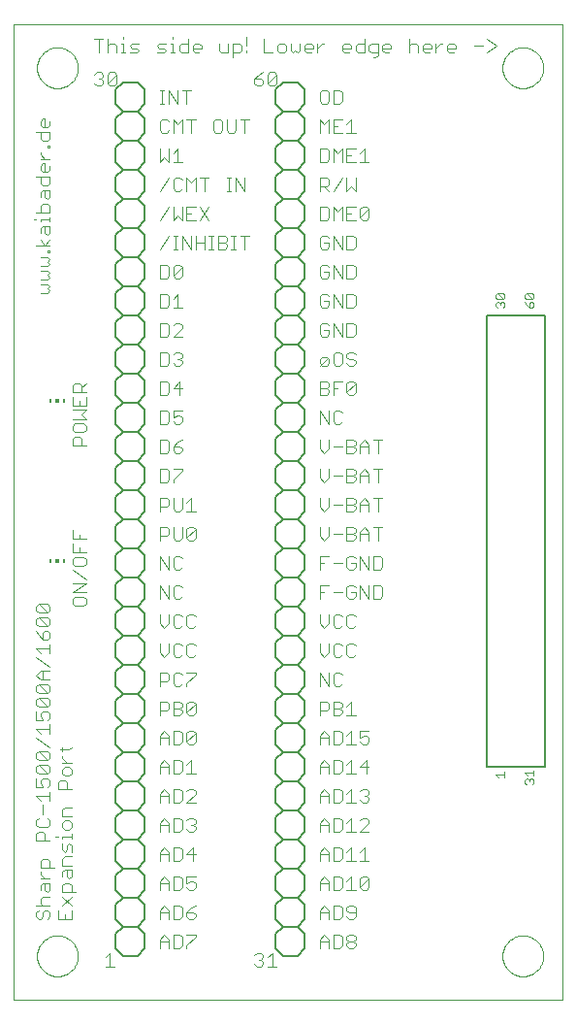
<source format=gto>
G75*
%MOIN*%
%OFA0B0*%
%FSLAX24Y24*%
%IPPOS*%
%LPD*%
%AMOC8*
5,1,8,0,0,1.08239X$1,22.5*
%
%ADD10C,0.0000*%
%ADD11C,0.0040*%
%ADD12C,0.0030*%
%ADD13C,0.0050*%
%ADD14R,0.0059X0.0118*%
%ADD15R,0.0118X0.0118*%
%ADD16C,0.0060*%
D10*
X000100Y000100D02*
X000100Y033596D01*
X018970Y033596D01*
X018970Y000100D01*
X000100Y000100D01*
X000900Y001600D02*
X000902Y001652D01*
X000908Y001704D01*
X000918Y001756D01*
X000931Y001806D01*
X000948Y001856D01*
X000969Y001904D01*
X000994Y001950D01*
X001022Y001994D01*
X001053Y002036D01*
X001087Y002076D01*
X001124Y002113D01*
X001164Y002147D01*
X001206Y002178D01*
X001250Y002206D01*
X001296Y002231D01*
X001344Y002252D01*
X001394Y002269D01*
X001444Y002282D01*
X001496Y002292D01*
X001548Y002298D01*
X001600Y002300D01*
X001652Y002298D01*
X001704Y002292D01*
X001756Y002282D01*
X001806Y002269D01*
X001856Y002252D01*
X001904Y002231D01*
X001950Y002206D01*
X001994Y002178D01*
X002036Y002147D01*
X002076Y002113D01*
X002113Y002076D01*
X002147Y002036D01*
X002178Y001994D01*
X002206Y001950D01*
X002231Y001904D01*
X002252Y001856D01*
X002269Y001806D01*
X002282Y001756D01*
X002292Y001704D01*
X002298Y001652D01*
X002300Y001600D01*
X002298Y001548D01*
X002292Y001496D01*
X002282Y001444D01*
X002269Y001394D01*
X002252Y001344D01*
X002231Y001296D01*
X002206Y001250D01*
X002178Y001206D01*
X002147Y001164D01*
X002113Y001124D01*
X002076Y001087D01*
X002036Y001053D01*
X001994Y001022D01*
X001950Y000994D01*
X001904Y000969D01*
X001856Y000948D01*
X001806Y000931D01*
X001756Y000918D01*
X001704Y000908D01*
X001652Y000902D01*
X001600Y000900D01*
X001548Y000902D01*
X001496Y000908D01*
X001444Y000918D01*
X001394Y000931D01*
X001344Y000948D01*
X001296Y000969D01*
X001250Y000994D01*
X001206Y001022D01*
X001164Y001053D01*
X001124Y001087D01*
X001087Y001124D01*
X001053Y001164D01*
X001022Y001206D01*
X000994Y001250D01*
X000969Y001296D01*
X000948Y001344D01*
X000931Y001394D01*
X000918Y001444D01*
X000908Y001496D01*
X000902Y001548D01*
X000900Y001600D01*
X016900Y001600D02*
X016902Y001652D01*
X016908Y001704D01*
X016918Y001756D01*
X016931Y001806D01*
X016948Y001856D01*
X016969Y001904D01*
X016994Y001950D01*
X017022Y001994D01*
X017053Y002036D01*
X017087Y002076D01*
X017124Y002113D01*
X017164Y002147D01*
X017206Y002178D01*
X017250Y002206D01*
X017296Y002231D01*
X017344Y002252D01*
X017394Y002269D01*
X017444Y002282D01*
X017496Y002292D01*
X017548Y002298D01*
X017600Y002300D01*
X017652Y002298D01*
X017704Y002292D01*
X017756Y002282D01*
X017806Y002269D01*
X017856Y002252D01*
X017904Y002231D01*
X017950Y002206D01*
X017994Y002178D01*
X018036Y002147D01*
X018076Y002113D01*
X018113Y002076D01*
X018147Y002036D01*
X018178Y001994D01*
X018206Y001950D01*
X018231Y001904D01*
X018252Y001856D01*
X018269Y001806D01*
X018282Y001756D01*
X018292Y001704D01*
X018298Y001652D01*
X018300Y001600D01*
X018298Y001548D01*
X018292Y001496D01*
X018282Y001444D01*
X018269Y001394D01*
X018252Y001344D01*
X018231Y001296D01*
X018206Y001250D01*
X018178Y001206D01*
X018147Y001164D01*
X018113Y001124D01*
X018076Y001087D01*
X018036Y001053D01*
X017994Y001022D01*
X017950Y000994D01*
X017904Y000969D01*
X017856Y000948D01*
X017806Y000931D01*
X017756Y000918D01*
X017704Y000908D01*
X017652Y000902D01*
X017600Y000900D01*
X017548Y000902D01*
X017496Y000908D01*
X017444Y000918D01*
X017394Y000931D01*
X017344Y000948D01*
X017296Y000969D01*
X017250Y000994D01*
X017206Y001022D01*
X017164Y001053D01*
X017124Y001087D01*
X017087Y001124D01*
X017053Y001164D01*
X017022Y001206D01*
X016994Y001250D01*
X016969Y001296D01*
X016948Y001344D01*
X016931Y001394D01*
X016918Y001444D01*
X016908Y001496D01*
X016902Y001548D01*
X016900Y001600D01*
X016900Y032100D02*
X016902Y032152D01*
X016908Y032204D01*
X016918Y032256D01*
X016931Y032306D01*
X016948Y032356D01*
X016969Y032404D01*
X016994Y032450D01*
X017022Y032494D01*
X017053Y032536D01*
X017087Y032576D01*
X017124Y032613D01*
X017164Y032647D01*
X017206Y032678D01*
X017250Y032706D01*
X017296Y032731D01*
X017344Y032752D01*
X017394Y032769D01*
X017444Y032782D01*
X017496Y032792D01*
X017548Y032798D01*
X017600Y032800D01*
X017652Y032798D01*
X017704Y032792D01*
X017756Y032782D01*
X017806Y032769D01*
X017856Y032752D01*
X017904Y032731D01*
X017950Y032706D01*
X017994Y032678D01*
X018036Y032647D01*
X018076Y032613D01*
X018113Y032576D01*
X018147Y032536D01*
X018178Y032494D01*
X018206Y032450D01*
X018231Y032404D01*
X018252Y032356D01*
X018269Y032306D01*
X018282Y032256D01*
X018292Y032204D01*
X018298Y032152D01*
X018300Y032100D01*
X018298Y032048D01*
X018292Y031996D01*
X018282Y031944D01*
X018269Y031894D01*
X018252Y031844D01*
X018231Y031796D01*
X018206Y031750D01*
X018178Y031706D01*
X018147Y031664D01*
X018113Y031624D01*
X018076Y031587D01*
X018036Y031553D01*
X017994Y031522D01*
X017950Y031494D01*
X017904Y031469D01*
X017856Y031448D01*
X017806Y031431D01*
X017756Y031418D01*
X017704Y031408D01*
X017652Y031402D01*
X017600Y031400D01*
X017548Y031402D01*
X017496Y031408D01*
X017444Y031418D01*
X017394Y031431D01*
X017344Y031448D01*
X017296Y031469D01*
X017250Y031494D01*
X017206Y031522D01*
X017164Y031553D01*
X017124Y031587D01*
X017087Y031624D01*
X017053Y031664D01*
X017022Y031706D01*
X016994Y031750D01*
X016969Y031796D01*
X016948Y031844D01*
X016931Y031894D01*
X016918Y031944D01*
X016908Y031996D01*
X016902Y032048D01*
X016900Y032100D01*
X000900Y032100D02*
X000902Y032152D01*
X000908Y032204D01*
X000918Y032256D01*
X000931Y032306D01*
X000948Y032356D01*
X000969Y032404D01*
X000994Y032450D01*
X001022Y032494D01*
X001053Y032536D01*
X001087Y032576D01*
X001124Y032613D01*
X001164Y032647D01*
X001206Y032678D01*
X001250Y032706D01*
X001296Y032731D01*
X001344Y032752D01*
X001394Y032769D01*
X001444Y032782D01*
X001496Y032792D01*
X001548Y032798D01*
X001600Y032800D01*
X001652Y032798D01*
X001704Y032792D01*
X001756Y032782D01*
X001806Y032769D01*
X001856Y032752D01*
X001904Y032731D01*
X001950Y032706D01*
X001994Y032678D01*
X002036Y032647D01*
X002076Y032613D01*
X002113Y032576D01*
X002147Y032536D01*
X002178Y032494D01*
X002206Y032450D01*
X002231Y032404D01*
X002252Y032356D01*
X002269Y032306D01*
X002282Y032256D01*
X002292Y032204D01*
X002298Y032152D01*
X002300Y032100D01*
X002298Y032048D01*
X002292Y031996D01*
X002282Y031944D01*
X002269Y031894D01*
X002252Y031844D01*
X002231Y031796D01*
X002206Y031750D01*
X002178Y031706D01*
X002147Y031664D01*
X002113Y031624D01*
X002076Y031587D01*
X002036Y031553D01*
X001994Y031522D01*
X001950Y031494D01*
X001904Y031469D01*
X001856Y031448D01*
X001806Y031431D01*
X001756Y031418D01*
X001704Y031408D01*
X001652Y031402D01*
X001600Y031400D01*
X001548Y031402D01*
X001496Y031408D01*
X001444Y031418D01*
X001394Y031431D01*
X001344Y031448D01*
X001296Y031469D01*
X001250Y031494D01*
X001206Y031522D01*
X001164Y031553D01*
X001124Y031587D01*
X001087Y031624D01*
X001053Y031664D01*
X001022Y031706D01*
X000994Y031750D01*
X000969Y031796D01*
X000948Y031844D01*
X000931Y031894D01*
X000918Y031944D01*
X000908Y031996D01*
X000902Y032048D01*
X000900Y032100D01*
D11*
X001100Y030355D02*
X001177Y030355D01*
X001177Y030048D01*
X001253Y030048D02*
X001100Y030048D01*
X001023Y030125D01*
X001023Y030278D01*
X001100Y030355D01*
X001330Y030278D02*
X001330Y030125D01*
X001253Y030048D01*
X001330Y029895D02*
X001330Y029665D01*
X001253Y029588D01*
X001100Y029588D01*
X001023Y029665D01*
X001023Y029895D01*
X000870Y029895D02*
X001330Y029895D01*
X001330Y029434D02*
X001330Y029358D01*
X001253Y029358D01*
X001253Y029434D01*
X001330Y029434D01*
X001023Y029204D02*
X001023Y029127D01*
X001177Y028974D01*
X001330Y028974D02*
X001023Y028974D01*
X001100Y028820D02*
X001177Y028820D01*
X001177Y028514D01*
X001253Y028514D02*
X001100Y028514D01*
X001023Y028590D01*
X001023Y028744D01*
X001100Y028820D01*
X001330Y028744D02*
X001330Y028590D01*
X001253Y028514D01*
X001330Y028360D02*
X001330Y028130D01*
X001253Y028053D01*
X001100Y028053D01*
X001023Y028130D01*
X001023Y028360D01*
X000870Y028360D02*
X001330Y028360D01*
X001330Y027900D02*
X001100Y027900D01*
X001023Y027823D01*
X001023Y027669D01*
X001177Y027669D02*
X001253Y027593D01*
X001330Y027669D01*
X001330Y027900D01*
X001177Y027900D02*
X001177Y027669D01*
X001253Y027439D02*
X001100Y027439D01*
X001023Y027363D01*
X001023Y027132D01*
X000870Y027132D02*
X001330Y027132D01*
X001330Y027363D01*
X001253Y027439D01*
X001330Y026979D02*
X001330Y026825D01*
X001330Y026902D02*
X001023Y026902D01*
X001023Y026825D01*
X001100Y026672D02*
X001330Y026672D01*
X001330Y026442D01*
X001253Y026365D01*
X001177Y026442D01*
X001177Y026672D01*
X001100Y026672D02*
X001023Y026595D01*
X001023Y026442D01*
X001023Y026212D02*
X001177Y025981D01*
X001330Y026212D01*
X001330Y025981D02*
X000870Y025981D01*
X001253Y025828D02*
X001330Y025828D01*
X001330Y025751D01*
X001253Y025751D01*
X001253Y025828D01*
X001253Y025598D02*
X001023Y025598D01*
X001253Y025598D02*
X001330Y025521D01*
X001253Y025444D01*
X001330Y025368D01*
X001253Y025291D01*
X001023Y025291D01*
X001023Y025137D02*
X001253Y025137D01*
X001330Y025061D01*
X001253Y024984D01*
X001330Y024907D01*
X001253Y024830D01*
X001023Y024830D01*
X001023Y024677D02*
X001253Y024677D01*
X001330Y024600D01*
X001253Y024523D01*
X001330Y024447D01*
X001253Y024370D01*
X001023Y024370D01*
X000870Y026902D02*
X000793Y026902D01*
X002947Y031495D02*
X002870Y031572D01*
X002947Y031495D02*
X003100Y031495D01*
X003177Y031572D01*
X003177Y031648D01*
X003100Y031725D01*
X003023Y031725D01*
X003100Y031725D02*
X003177Y031802D01*
X003177Y031879D01*
X003100Y031955D01*
X002947Y031955D01*
X002870Y031879D01*
X003023Y032620D02*
X003023Y033080D01*
X002870Y033080D02*
X003177Y033080D01*
X003330Y033080D02*
X003330Y032620D01*
X003330Y032850D02*
X003407Y032927D01*
X003561Y032927D01*
X003637Y032850D01*
X003637Y032620D01*
X003791Y032620D02*
X003944Y032620D01*
X003868Y032620D02*
X003868Y032927D01*
X003791Y032927D01*
X003868Y033080D02*
X003868Y033157D01*
X004174Y032927D02*
X004405Y032927D01*
X004328Y032773D02*
X004174Y032773D01*
X004098Y032850D01*
X004174Y032927D01*
X004328Y032773D02*
X004405Y032697D01*
X004328Y032620D01*
X004098Y032620D01*
X003561Y031955D02*
X003637Y031879D01*
X003330Y031572D01*
X003407Y031495D01*
X003561Y031495D01*
X003637Y031572D01*
X003637Y031879D01*
X003561Y031955D02*
X003407Y031955D01*
X003330Y031879D01*
X003330Y031572D01*
X005018Y032620D02*
X005249Y032620D01*
X005325Y032697D01*
X005249Y032773D01*
X005095Y032773D01*
X005018Y032850D01*
X005095Y032927D01*
X005325Y032927D01*
X005479Y032927D02*
X005556Y032927D01*
X005556Y032620D01*
X005632Y032620D02*
X005479Y032620D01*
X005786Y032697D02*
X005786Y032850D01*
X005863Y032927D01*
X006093Y032927D01*
X006093Y033080D02*
X006093Y032620D01*
X005863Y032620D01*
X005786Y032697D01*
X005556Y033080D02*
X005556Y033157D01*
X006246Y032850D02*
X006323Y032927D01*
X006476Y032927D01*
X006553Y032850D01*
X006553Y032773D01*
X006246Y032773D01*
X006246Y032697D02*
X006246Y032850D01*
X006246Y032697D02*
X006323Y032620D01*
X006476Y032620D01*
X007167Y032697D02*
X007244Y032620D01*
X007474Y032620D01*
X007474Y032927D01*
X007627Y032927D02*
X007627Y032467D01*
X007627Y032620D02*
X007858Y032620D01*
X007934Y032697D01*
X007934Y032850D01*
X007858Y032927D01*
X007627Y032927D01*
X008088Y032850D02*
X008088Y033157D01*
X008088Y032697D02*
X008088Y032620D01*
X008523Y031879D02*
X008370Y031725D01*
X008600Y031725D01*
X008677Y031648D01*
X008677Y031572D01*
X008600Y031495D01*
X008447Y031495D01*
X008370Y031572D01*
X008370Y031725D01*
X008523Y031879D02*
X008677Y031955D01*
X008830Y031879D02*
X008830Y031572D01*
X009137Y031879D01*
X009137Y031572D01*
X009061Y031495D01*
X008907Y031495D01*
X008830Y031572D01*
X008830Y031879D02*
X008907Y031955D01*
X009061Y031955D01*
X009137Y031879D01*
X009239Y032620D02*
X009162Y032697D01*
X009162Y032850D01*
X009239Y032927D01*
X009392Y032927D01*
X009469Y032850D01*
X009469Y032697D01*
X009392Y032620D01*
X009239Y032620D01*
X009009Y032620D02*
X008702Y032620D01*
X008702Y033080D01*
X009622Y032927D02*
X009622Y032697D01*
X009699Y032620D01*
X009776Y032697D01*
X009853Y032620D01*
X009929Y032697D01*
X009929Y032927D01*
X010083Y032850D02*
X010160Y032927D01*
X010313Y032927D01*
X010390Y032850D01*
X010390Y032773D01*
X010083Y032773D01*
X010083Y032697D02*
X010083Y032850D01*
X010083Y032697D02*
X010160Y032620D01*
X010313Y032620D01*
X010543Y032620D02*
X010543Y032927D01*
X010543Y032773D02*
X010697Y032927D01*
X010773Y032927D01*
X011387Y032850D02*
X011464Y032927D01*
X011617Y032927D01*
X011694Y032850D01*
X011694Y032773D01*
X011387Y032773D01*
X011387Y032697D02*
X011387Y032850D01*
X011387Y032697D02*
X011464Y032620D01*
X011617Y032620D01*
X011848Y032697D02*
X011924Y032620D01*
X012155Y032620D01*
X012155Y033080D01*
X012155Y032927D02*
X011924Y032927D01*
X011848Y032850D01*
X011848Y032697D01*
X012308Y032697D02*
X012385Y032620D01*
X012615Y032620D01*
X012615Y032543D02*
X012615Y032927D01*
X012385Y032927D01*
X012308Y032850D01*
X012308Y032697D01*
X012462Y032467D02*
X012538Y032467D01*
X012615Y032543D01*
X012768Y032697D02*
X012768Y032850D01*
X012845Y032927D01*
X012999Y032927D01*
X013075Y032850D01*
X013075Y032773D01*
X012768Y032773D01*
X012768Y032697D02*
X012845Y032620D01*
X012999Y032620D01*
X013689Y032620D02*
X013689Y033080D01*
X013766Y032927D02*
X013919Y032927D01*
X013996Y032850D01*
X013996Y032620D01*
X014150Y032697D02*
X014150Y032850D01*
X014226Y032927D01*
X014380Y032927D01*
X014457Y032850D01*
X014457Y032773D01*
X014150Y032773D01*
X014150Y032697D02*
X014226Y032620D01*
X014380Y032620D01*
X014610Y032620D02*
X014610Y032927D01*
X014763Y032927D02*
X014610Y032773D01*
X014763Y032927D02*
X014840Y032927D01*
X014994Y032850D02*
X015070Y032927D01*
X015224Y032927D01*
X015301Y032850D01*
X015301Y032773D01*
X014994Y032773D01*
X014994Y032697D02*
X014994Y032850D01*
X014994Y032697D02*
X015070Y032620D01*
X015224Y032620D01*
X015914Y032850D02*
X016221Y032850D01*
X016375Y032620D02*
X016682Y032850D01*
X016375Y033080D01*
X013766Y032927D02*
X013689Y032850D01*
X011848Y029870D02*
X011541Y029870D01*
X011694Y029870D02*
X011694Y030330D01*
X011541Y030177D01*
X011387Y030330D02*
X011080Y030330D01*
X011080Y029870D01*
X011387Y029870D01*
X011234Y030100D02*
X011080Y030100D01*
X010927Y030330D02*
X010927Y029870D01*
X010773Y030177D02*
X010927Y030330D01*
X010773Y030177D02*
X010620Y030330D01*
X010620Y029870D01*
X010620Y029330D02*
X010850Y029330D01*
X010927Y029254D01*
X010927Y028947D01*
X010850Y028870D01*
X010620Y028870D01*
X010620Y029330D01*
X011080Y029330D02*
X011080Y028870D01*
X011387Y028870D02*
X011387Y029330D01*
X011234Y029177D01*
X011080Y029330D01*
X011541Y029330D02*
X011541Y028870D01*
X011848Y028870D01*
X012001Y028870D02*
X012308Y028870D01*
X012155Y028870D02*
X012155Y029330D01*
X012001Y029177D01*
X011848Y029330D02*
X011541Y029330D01*
X011541Y029100D02*
X011694Y029100D01*
X011541Y028330D02*
X011541Y027870D01*
X011694Y028023D01*
X011848Y027870D01*
X011848Y028330D01*
X011387Y028330D02*
X011080Y027870D01*
X010927Y027870D02*
X010773Y028023D01*
X010850Y028023D02*
X010620Y028023D01*
X010620Y027870D02*
X010620Y028330D01*
X010850Y028330D01*
X010927Y028254D01*
X010927Y028100D01*
X010850Y028023D01*
X010850Y027330D02*
X010620Y027330D01*
X010620Y026870D01*
X010850Y026870D01*
X010927Y026947D01*
X010927Y027254D01*
X010850Y027330D01*
X011080Y027330D02*
X011080Y026870D01*
X011387Y026870D02*
X011387Y027330D01*
X011234Y027177D01*
X011080Y027330D01*
X011541Y027330D02*
X011541Y026870D01*
X011848Y026870D01*
X012001Y026947D02*
X012308Y027254D01*
X012308Y026947D01*
X012231Y026870D01*
X012078Y026870D01*
X012001Y026947D01*
X012001Y027254D01*
X012078Y027330D01*
X012231Y027330D01*
X012308Y027254D01*
X011848Y027330D02*
X011541Y027330D01*
X011541Y027100D02*
X011694Y027100D01*
X011771Y026330D02*
X011541Y026330D01*
X011541Y025870D01*
X011771Y025870D01*
X011848Y025947D01*
X011848Y026254D01*
X011771Y026330D01*
X011387Y026330D02*
X011387Y025870D01*
X011080Y026330D01*
X011080Y025870D01*
X010927Y025947D02*
X010927Y026100D01*
X010773Y026100D01*
X010620Y025947D02*
X010697Y025870D01*
X010850Y025870D01*
X010927Y025947D01*
X010927Y026254D02*
X010850Y026330D01*
X010697Y026330D01*
X010620Y026254D01*
X010620Y025947D01*
X010697Y025330D02*
X010620Y025254D01*
X010620Y024947D01*
X010697Y024870D01*
X010850Y024870D01*
X010927Y024947D01*
X010927Y025100D01*
X010773Y025100D01*
X010927Y025254D02*
X010850Y025330D01*
X010697Y025330D01*
X011080Y025330D02*
X011080Y024870D01*
X011387Y024870D02*
X011387Y025330D01*
X011541Y025330D02*
X011771Y025330D01*
X011848Y025254D01*
X011848Y024947D01*
X011771Y024870D01*
X011541Y024870D01*
X011541Y025330D01*
X011080Y025330D02*
X011387Y024870D01*
X011387Y024330D02*
X011387Y023870D01*
X011080Y024330D01*
X011080Y023870D01*
X010927Y023947D02*
X010927Y024100D01*
X010773Y024100D01*
X010620Y023947D02*
X010697Y023870D01*
X010850Y023870D01*
X010927Y023947D01*
X010927Y024254D02*
X010850Y024330D01*
X010697Y024330D01*
X010620Y024254D01*
X010620Y023947D01*
X010697Y023330D02*
X010620Y023254D01*
X010620Y022947D01*
X010697Y022870D01*
X010850Y022870D01*
X010927Y022947D01*
X010927Y023100D01*
X010773Y023100D01*
X010927Y023254D02*
X010850Y023330D01*
X010697Y023330D01*
X011080Y023330D02*
X011080Y022870D01*
X011387Y022870D02*
X011387Y023330D01*
X011541Y023330D02*
X011771Y023330D01*
X011848Y023254D01*
X011848Y022947D01*
X011771Y022870D01*
X011541Y022870D01*
X011541Y023330D01*
X011541Y023870D02*
X011771Y023870D01*
X011848Y023947D01*
X011848Y024254D01*
X011771Y024330D01*
X011541Y024330D01*
X011541Y023870D01*
X011080Y023330D02*
X011387Y022870D01*
X011311Y022330D02*
X011157Y022330D01*
X011080Y022254D01*
X011080Y021947D01*
X011157Y021870D01*
X011311Y021870D01*
X011387Y021947D01*
X011387Y022254D01*
X011311Y022330D01*
X011541Y022254D02*
X011541Y022177D01*
X011618Y022100D01*
X011771Y022100D01*
X011848Y022023D01*
X011848Y021947D01*
X011771Y021870D01*
X011618Y021870D01*
X011541Y021947D01*
X011541Y022254D02*
X011618Y022330D01*
X011771Y022330D01*
X011848Y022254D01*
X011771Y021330D02*
X011618Y021330D01*
X011541Y021254D01*
X011541Y020947D01*
X011848Y021254D01*
X011848Y020947D01*
X011771Y020870D01*
X011618Y020870D01*
X011541Y020947D01*
X011387Y021330D02*
X011080Y021330D01*
X011080Y020870D01*
X010927Y020947D02*
X010850Y020870D01*
X010620Y020870D01*
X010620Y021330D01*
X010850Y021330D01*
X010927Y021254D01*
X010927Y021177D01*
X010850Y021100D01*
X010620Y021100D01*
X010850Y021100D02*
X010927Y021023D01*
X010927Y020947D01*
X011080Y021100D02*
X011234Y021100D01*
X011311Y020330D02*
X011157Y020330D01*
X011080Y020254D01*
X011080Y019947D01*
X011157Y019870D01*
X011311Y019870D01*
X011387Y019947D01*
X011387Y020254D02*
X011311Y020330D01*
X010927Y020330D02*
X010927Y019870D01*
X010620Y020330D01*
X010620Y019870D01*
X010620Y019330D02*
X010620Y019023D01*
X010773Y018870D01*
X010927Y019023D01*
X010927Y019330D01*
X011080Y019100D02*
X011387Y019100D01*
X011541Y019100D02*
X011771Y019100D01*
X011848Y019023D01*
X011848Y018947D01*
X011771Y018870D01*
X011541Y018870D01*
X011541Y019330D01*
X011771Y019330D01*
X011848Y019254D01*
X011848Y019177D01*
X011771Y019100D01*
X012001Y019100D02*
X012308Y019100D01*
X012308Y019177D02*
X012308Y018870D01*
X012308Y019177D02*
X012155Y019330D01*
X012001Y019177D01*
X012001Y018870D01*
X012155Y018330D02*
X012308Y018177D01*
X012308Y017870D01*
X012308Y018100D02*
X012001Y018100D01*
X012001Y018177D02*
X012155Y018330D01*
X012001Y018177D02*
X012001Y017870D01*
X011848Y017947D02*
X011771Y017870D01*
X011541Y017870D01*
X011541Y018330D01*
X011771Y018330D01*
X011848Y018254D01*
X011848Y018177D01*
X011771Y018100D01*
X011541Y018100D01*
X011387Y018100D02*
X011080Y018100D01*
X010927Y018023D02*
X010927Y018330D01*
X010927Y018023D02*
X010773Y017870D01*
X010620Y018023D01*
X010620Y018330D01*
X010620Y017330D02*
X010620Y017023D01*
X010773Y016870D01*
X010927Y017023D01*
X010927Y017330D01*
X011080Y017100D02*
X011387Y017100D01*
X011541Y017100D02*
X011771Y017100D01*
X011848Y017023D01*
X011848Y016947D01*
X011771Y016870D01*
X011541Y016870D01*
X011541Y017330D01*
X011771Y017330D01*
X011848Y017254D01*
X011848Y017177D01*
X011771Y017100D01*
X012001Y017100D02*
X012308Y017100D01*
X012308Y017177D02*
X012308Y016870D01*
X012308Y017177D02*
X012155Y017330D01*
X012001Y017177D01*
X012001Y016870D01*
X012155Y016330D02*
X012001Y016177D01*
X012001Y015870D01*
X011848Y015947D02*
X011771Y015870D01*
X011541Y015870D01*
X011541Y016330D01*
X011771Y016330D01*
X011848Y016254D01*
X011848Y016177D01*
X011771Y016100D01*
X011541Y016100D01*
X011387Y016100D02*
X011080Y016100D01*
X010927Y016023D02*
X010927Y016330D01*
X010927Y016023D02*
X010773Y015870D01*
X010620Y016023D01*
X010620Y016330D01*
X010620Y015330D02*
X010927Y015330D01*
X011080Y015100D02*
X011387Y015100D01*
X011541Y015254D02*
X011541Y014947D01*
X011618Y014870D01*
X011771Y014870D01*
X011848Y014947D01*
X011848Y015100D01*
X011694Y015100D01*
X011541Y015254D02*
X011618Y015330D01*
X011771Y015330D01*
X011848Y015254D01*
X012001Y015330D02*
X012308Y014870D01*
X012308Y015330D01*
X012462Y015330D02*
X012462Y014870D01*
X012692Y014870D01*
X012768Y014947D01*
X012768Y015254D01*
X012692Y015330D01*
X012462Y015330D01*
X012615Y015870D02*
X012615Y016330D01*
X012462Y016330D02*
X012768Y016330D01*
X012308Y016177D02*
X012308Y015870D01*
X012308Y016100D02*
X012001Y016100D01*
X011848Y016023D02*
X011848Y015947D01*
X011848Y016023D02*
X011771Y016100D01*
X012155Y016330D02*
X012308Y016177D01*
X012615Y016870D02*
X012615Y017330D01*
X012462Y017330D02*
X012768Y017330D01*
X012615Y017870D02*
X012615Y018330D01*
X012462Y018330D02*
X012768Y018330D01*
X012615Y018870D02*
X012615Y019330D01*
X012462Y019330D02*
X012768Y019330D01*
X011771Y018100D02*
X011848Y018023D01*
X011848Y017947D01*
X012001Y015330D02*
X012001Y014870D01*
X012001Y014330D02*
X012308Y013870D01*
X012308Y014330D01*
X012462Y014330D02*
X012462Y013870D01*
X012692Y013870D01*
X012768Y013947D01*
X012768Y014254D01*
X012692Y014330D01*
X012462Y014330D01*
X012001Y014330D02*
X012001Y013870D01*
X011848Y013947D02*
X011848Y014100D01*
X011694Y014100D01*
X011541Y013947D02*
X011541Y014254D01*
X011618Y014330D01*
X011771Y014330D01*
X011848Y014254D01*
X011848Y013947D02*
X011771Y013870D01*
X011618Y013870D01*
X011541Y013947D01*
X011387Y014100D02*
X011080Y014100D01*
X010927Y014330D02*
X010620Y014330D01*
X010620Y013870D01*
X010620Y014100D02*
X010773Y014100D01*
X010620Y013330D02*
X010620Y013023D01*
X010773Y012870D01*
X010927Y013023D01*
X010927Y013330D01*
X011080Y013254D02*
X011080Y012947D01*
X011157Y012870D01*
X011311Y012870D01*
X011387Y012947D01*
X011541Y012947D02*
X011541Y013254D01*
X011618Y013330D01*
X011771Y013330D01*
X011848Y013254D01*
X011848Y012947D02*
X011771Y012870D01*
X011618Y012870D01*
X011541Y012947D01*
X011387Y013254D02*
X011311Y013330D01*
X011157Y013330D01*
X011080Y013254D01*
X011157Y012330D02*
X011080Y012254D01*
X011080Y011947D01*
X011157Y011870D01*
X011311Y011870D01*
X011387Y011947D01*
X011541Y011947D02*
X011541Y012254D01*
X011618Y012330D01*
X011771Y012330D01*
X011848Y012254D01*
X011848Y011947D02*
X011771Y011870D01*
X011618Y011870D01*
X011541Y011947D01*
X011387Y012254D02*
X011311Y012330D01*
X011157Y012330D01*
X010927Y012330D02*
X010927Y012023D01*
X010773Y011870D01*
X010620Y012023D01*
X010620Y012330D01*
X010620Y011330D02*
X010927Y010870D01*
X010927Y011330D01*
X011080Y011254D02*
X011080Y010947D01*
X011157Y010870D01*
X011311Y010870D01*
X011387Y010947D01*
X011387Y011254D02*
X011311Y011330D01*
X011157Y011330D01*
X011080Y011254D01*
X010620Y011330D02*
X010620Y010870D01*
X010620Y010330D02*
X010850Y010330D01*
X010927Y010254D01*
X010927Y010100D01*
X010850Y010023D01*
X010620Y010023D01*
X010620Y009870D02*
X010620Y010330D01*
X011080Y010330D02*
X011080Y009870D01*
X011311Y009870D01*
X011387Y009947D01*
X011387Y010023D01*
X011311Y010100D01*
X011080Y010100D01*
X011080Y010330D02*
X011311Y010330D01*
X011387Y010254D01*
X011387Y010177D01*
X011311Y010100D01*
X011541Y010177D02*
X011694Y010330D01*
X011694Y009870D01*
X011541Y009870D02*
X011848Y009870D01*
X012001Y009330D02*
X012001Y009100D01*
X012155Y009177D01*
X012231Y009177D01*
X012308Y009100D01*
X012308Y008947D01*
X012231Y008870D01*
X012078Y008870D01*
X012001Y008947D01*
X011848Y008870D02*
X011541Y008870D01*
X011694Y008870D02*
X011694Y009330D01*
X011541Y009177D01*
X011387Y009254D02*
X011387Y008947D01*
X011311Y008870D01*
X011080Y008870D01*
X011080Y009330D01*
X011311Y009330D01*
X011387Y009254D01*
X010927Y009177D02*
X010927Y008870D01*
X010927Y009100D02*
X010620Y009100D01*
X010620Y009177D02*
X010773Y009330D01*
X010927Y009177D01*
X010620Y009177D02*
X010620Y008870D01*
X010773Y008330D02*
X010620Y008177D01*
X010620Y007870D01*
X010620Y008100D02*
X010927Y008100D01*
X010927Y008177D02*
X010927Y007870D01*
X011080Y007870D02*
X011080Y008330D01*
X011311Y008330D01*
X011387Y008254D01*
X011387Y007947D01*
X011311Y007870D01*
X011080Y007870D01*
X010927Y008177D02*
X010773Y008330D01*
X010773Y007330D02*
X010620Y007177D01*
X010620Y006870D01*
X010620Y007100D02*
X010927Y007100D01*
X010927Y007177D02*
X010927Y006870D01*
X011080Y006870D02*
X011080Y007330D01*
X011311Y007330D01*
X011387Y007254D01*
X011387Y006947D01*
X011311Y006870D01*
X011080Y006870D01*
X010927Y007177D02*
X010773Y007330D01*
X010773Y006330D02*
X010620Y006177D01*
X010620Y005870D01*
X010620Y006100D02*
X010927Y006100D01*
X010927Y006177D02*
X010927Y005870D01*
X011080Y005870D02*
X011080Y006330D01*
X011311Y006330D01*
X011387Y006254D01*
X011387Y005947D01*
X011311Y005870D01*
X011080Y005870D01*
X010927Y006177D02*
X010773Y006330D01*
X010773Y005330D02*
X010620Y005177D01*
X010620Y004870D01*
X010620Y005100D02*
X010927Y005100D01*
X010927Y005177D02*
X010927Y004870D01*
X011080Y004870D02*
X011080Y005330D01*
X011311Y005330D01*
X011387Y005254D01*
X011387Y004947D01*
X011311Y004870D01*
X011080Y004870D01*
X010927Y005177D02*
X010773Y005330D01*
X010773Y004330D02*
X010620Y004177D01*
X010620Y003870D01*
X010620Y004100D02*
X010927Y004100D01*
X010927Y004177D02*
X010927Y003870D01*
X011080Y003870D02*
X011080Y004330D01*
X011311Y004330D01*
X011387Y004254D01*
X011387Y003947D01*
X011311Y003870D01*
X011080Y003870D01*
X010927Y004177D02*
X010773Y004330D01*
X010773Y003330D02*
X010620Y003177D01*
X010620Y002870D01*
X010620Y003100D02*
X010927Y003100D01*
X010927Y003177D02*
X010927Y002870D01*
X011080Y002870D02*
X011080Y003330D01*
X011311Y003330D01*
X011387Y003254D01*
X011387Y002947D01*
X011311Y002870D01*
X011080Y002870D01*
X010927Y003177D02*
X010773Y003330D01*
X010773Y002330D02*
X010620Y002177D01*
X010620Y001870D01*
X010620Y002100D02*
X010927Y002100D01*
X010927Y002177D02*
X010927Y001870D01*
X011080Y001870D02*
X011080Y002330D01*
X011311Y002330D01*
X011387Y002254D01*
X011387Y001947D01*
X011311Y001870D01*
X011080Y001870D01*
X010927Y002177D02*
X010773Y002330D01*
X011541Y002254D02*
X011541Y002177D01*
X011618Y002100D01*
X011771Y002100D01*
X011848Y002023D01*
X011848Y001947D01*
X011771Y001870D01*
X011618Y001870D01*
X011541Y001947D01*
X011541Y002023D01*
X011618Y002100D01*
X011771Y002100D02*
X011848Y002177D01*
X011848Y002254D01*
X011771Y002330D01*
X011618Y002330D01*
X011541Y002254D01*
X011618Y002870D02*
X011771Y002870D01*
X011848Y002947D01*
X011848Y003254D01*
X011771Y003330D01*
X011618Y003330D01*
X011541Y003254D01*
X011541Y003177D01*
X011618Y003100D01*
X011848Y003100D01*
X011618Y002870D02*
X011541Y002947D01*
X011541Y003870D02*
X011848Y003870D01*
X011694Y003870D02*
X011694Y004330D01*
X011541Y004177D01*
X012001Y004254D02*
X012001Y003947D01*
X012308Y004254D01*
X012308Y003947D01*
X012231Y003870D01*
X012078Y003870D01*
X012001Y003947D01*
X012001Y004254D02*
X012078Y004330D01*
X012231Y004330D01*
X012308Y004254D01*
X012308Y004870D02*
X012001Y004870D01*
X011848Y004870D02*
X011541Y004870D01*
X011694Y004870D02*
X011694Y005330D01*
X011541Y005177D01*
X012001Y005177D02*
X012155Y005330D01*
X012155Y004870D01*
X012308Y005870D02*
X012001Y005870D01*
X012308Y006177D01*
X012308Y006254D01*
X012231Y006330D01*
X012078Y006330D01*
X012001Y006254D01*
X011694Y006330D02*
X011694Y005870D01*
X011541Y005870D02*
X011848Y005870D01*
X011541Y006177D02*
X011694Y006330D01*
X011694Y006870D02*
X011694Y007330D01*
X011541Y007177D01*
X011541Y006870D02*
X011848Y006870D01*
X012001Y006947D02*
X012078Y006870D01*
X012231Y006870D01*
X012308Y006947D01*
X012308Y007023D01*
X012231Y007100D01*
X012155Y007100D01*
X012231Y007100D02*
X012308Y007177D01*
X012308Y007254D01*
X012231Y007330D01*
X012078Y007330D01*
X012001Y007254D01*
X011848Y007870D02*
X011541Y007870D01*
X011694Y007870D02*
X011694Y008330D01*
X011541Y008177D01*
X012001Y008100D02*
X012308Y008100D01*
X012231Y007870D02*
X012231Y008330D01*
X012001Y008100D01*
X012001Y009330D02*
X012308Y009330D01*
X010620Y014870D02*
X010620Y015330D01*
X010620Y015100D02*
X010773Y015100D01*
X011848Y021254D02*
X011771Y021330D01*
X010927Y021947D02*
X010927Y022100D01*
X010850Y022177D01*
X010697Y022177D01*
X010620Y022100D01*
X010620Y021947D01*
X010697Y021870D01*
X010850Y021870D01*
X010927Y021947D01*
X010927Y022177D02*
X010620Y021870D01*
X008036Y025870D02*
X008036Y026330D01*
X008189Y026330D02*
X007882Y026330D01*
X007729Y026330D02*
X007575Y026330D01*
X007652Y026330D02*
X007652Y025870D01*
X007575Y025870D02*
X007729Y025870D01*
X007422Y025947D02*
X007345Y025870D01*
X007115Y025870D01*
X007115Y026330D01*
X007345Y026330D01*
X007422Y026254D01*
X007422Y026177D01*
X007345Y026100D01*
X007115Y026100D01*
X007345Y026100D02*
X007422Y026023D01*
X007422Y025947D01*
X006962Y025870D02*
X006808Y025870D01*
X006885Y025870D02*
X006885Y026330D01*
X006808Y026330D02*
X006962Y026330D01*
X006655Y026330D02*
X006655Y025870D01*
X006655Y026100D02*
X006348Y026100D01*
X006348Y025870D02*
X006348Y026330D01*
X006194Y026330D02*
X006194Y025870D01*
X005887Y026330D01*
X005887Y025870D01*
X005734Y025870D02*
X005580Y025870D01*
X005657Y025870D02*
X005657Y026330D01*
X005580Y026330D02*
X005734Y026330D01*
X005887Y026870D02*
X005887Y027330D01*
X006041Y027330D02*
X006041Y026870D01*
X006348Y026870D01*
X006501Y026870D02*
X006808Y027330D01*
X006655Y027870D02*
X006655Y028330D01*
X006808Y028330D02*
X006501Y028330D01*
X006348Y028330D02*
X006348Y027870D01*
X006041Y027870D02*
X006041Y028330D01*
X006194Y028177D01*
X006348Y028330D01*
X005887Y028254D02*
X005811Y028330D01*
X005657Y028330D01*
X005580Y028254D01*
X005580Y027947D01*
X005657Y027870D01*
X005811Y027870D01*
X005887Y027947D01*
X006041Y027330D02*
X006348Y027330D01*
X006501Y027330D02*
X006808Y026870D01*
X007422Y027870D02*
X007575Y027870D01*
X007499Y027870D02*
X007499Y028330D01*
X007575Y028330D02*
X007422Y028330D01*
X007729Y028330D02*
X008036Y027870D01*
X008036Y028330D01*
X007729Y028330D02*
X007729Y027870D01*
X007652Y029870D02*
X007499Y029870D01*
X007422Y029947D01*
X007422Y030330D01*
X007268Y030254D02*
X007192Y030330D01*
X007038Y030330D01*
X006962Y030254D01*
X006962Y029947D01*
X007038Y029870D01*
X007192Y029870D01*
X007268Y029947D01*
X007268Y030254D01*
X007729Y030330D02*
X007729Y029947D01*
X007652Y029870D01*
X008036Y029870D02*
X008036Y030330D01*
X008189Y030330D02*
X007882Y030330D01*
X007167Y032697D02*
X007167Y032927D01*
X006194Y031330D02*
X005887Y031330D01*
X005734Y031330D02*
X005734Y030870D01*
X005427Y031330D01*
X005427Y030870D01*
X005273Y030870D02*
X005120Y030870D01*
X005197Y030870D02*
X005197Y031330D01*
X005273Y031330D02*
X005120Y031330D01*
X005197Y030330D02*
X005120Y030254D01*
X005120Y029947D01*
X005197Y029870D01*
X005350Y029870D01*
X005427Y029947D01*
X005580Y029870D02*
X005580Y030330D01*
X005734Y030177D01*
X005887Y030330D01*
X005887Y029870D01*
X006194Y029870D02*
X006194Y030330D01*
X006041Y030330D02*
X006348Y030330D01*
X006041Y030870D02*
X006041Y031330D01*
X005350Y030330D02*
X005427Y030254D01*
X005350Y030330D02*
X005197Y030330D01*
X005120Y029330D02*
X005120Y028870D01*
X005273Y029023D01*
X005427Y028870D01*
X005427Y029330D01*
X005580Y029177D02*
X005734Y029330D01*
X005734Y028870D01*
X005887Y028870D02*
X005580Y028870D01*
X005427Y028330D02*
X005120Y027870D01*
X005427Y027330D02*
X005120Y026870D01*
X005427Y026330D02*
X005120Y025870D01*
X005120Y025330D02*
X005350Y025330D01*
X005427Y025254D01*
X005427Y024947D01*
X005350Y024870D01*
X005120Y024870D01*
X005120Y025330D01*
X005580Y025254D02*
X005657Y025330D01*
X005811Y025330D01*
X005887Y025254D01*
X005580Y024947D01*
X005657Y024870D01*
X005811Y024870D01*
X005887Y024947D01*
X005887Y025254D01*
X005580Y025254D02*
X005580Y024947D01*
X005734Y024330D02*
X005734Y023870D01*
X005887Y023870D02*
X005580Y023870D01*
X005427Y023947D02*
X005427Y024254D01*
X005350Y024330D01*
X005120Y024330D01*
X005120Y023870D01*
X005350Y023870D01*
X005427Y023947D01*
X005580Y024177D02*
X005734Y024330D01*
X005811Y023330D02*
X005657Y023330D01*
X005580Y023254D01*
X005427Y023254D02*
X005427Y022947D01*
X005350Y022870D01*
X005120Y022870D01*
X005120Y023330D01*
X005350Y023330D01*
X005427Y023254D01*
X005811Y023330D02*
X005887Y023254D01*
X005887Y023177D01*
X005580Y022870D01*
X005887Y022870D01*
X005811Y022330D02*
X005887Y022254D01*
X005887Y022177D01*
X005811Y022100D01*
X005887Y022023D01*
X005887Y021947D01*
X005811Y021870D01*
X005657Y021870D01*
X005580Y021947D01*
X005427Y021947D02*
X005350Y021870D01*
X005120Y021870D01*
X005120Y022330D01*
X005350Y022330D01*
X005427Y022254D01*
X005427Y021947D01*
X005580Y022254D02*
X005657Y022330D01*
X005811Y022330D01*
X005811Y022100D02*
X005734Y022100D01*
X005811Y021330D02*
X005580Y021100D01*
X005887Y021100D01*
X005811Y020870D02*
X005811Y021330D01*
X005427Y021254D02*
X005427Y020947D01*
X005350Y020870D01*
X005120Y020870D01*
X005120Y021330D01*
X005350Y021330D01*
X005427Y021254D01*
X005350Y020330D02*
X005120Y020330D01*
X005120Y019870D01*
X005350Y019870D01*
X005427Y019947D01*
X005427Y020254D01*
X005350Y020330D01*
X005580Y020330D02*
X005580Y020100D01*
X005734Y020177D01*
X005811Y020177D01*
X005887Y020100D01*
X005887Y019947D01*
X005811Y019870D01*
X005657Y019870D01*
X005580Y019947D01*
X005580Y020330D02*
X005887Y020330D01*
X005887Y019330D02*
X005734Y019254D01*
X005580Y019100D01*
X005811Y019100D01*
X005887Y019023D01*
X005887Y018947D01*
X005811Y018870D01*
X005657Y018870D01*
X005580Y018947D01*
X005580Y019100D01*
X005427Y018947D02*
X005427Y019254D01*
X005350Y019330D01*
X005120Y019330D01*
X005120Y018870D01*
X005350Y018870D01*
X005427Y018947D01*
X005350Y018330D02*
X005120Y018330D01*
X005120Y017870D01*
X005350Y017870D01*
X005427Y017947D01*
X005427Y018254D01*
X005350Y018330D01*
X005580Y018330D02*
X005887Y018330D01*
X005887Y018254D01*
X005580Y017947D01*
X005580Y017870D01*
X005580Y017330D02*
X005580Y016947D01*
X005657Y016870D01*
X005811Y016870D01*
X005887Y016947D01*
X005887Y017330D01*
X006041Y017177D02*
X006194Y017330D01*
X006194Y016870D01*
X006041Y016870D02*
X006348Y016870D01*
X006271Y016330D02*
X006118Y016330D01*
X006041Y016254D01*
X006041Y015947D01*
X006348Y016254D01*
X006348Y015947D01*
X006271Y015870D01*
X006118Y015870D01*
X006041Y015947D01*
X005887Y015947D02*
X005887Y016330D01*
X005887Y015947D02*
X005811Y015870D01*
X005657Y015870D01*
X005580Y015947D01*
X005580Y016330D01*
X005427Y016254D02*
X005427Y016100D01*
X005350Y016023D01*
X005120Y016023D01*
X005120Y015870D02*
X005120Y016330D01*
X005350Y016330D01*
X005427Y016254D01*
X005120Y016870D02*
X005120Y017330D01*
X005350Y017330D01*
X005427Y017254D01*
X005427Y017100D01*
X005350Y017023D01*
X005120Y017023D01*
X005120Y015330D02*
X005427Y014870D01*
X005427Y015330D01*
X005580Y015254D02*
X005580Y014947D01*
X005657Y014870D01*
X005811Y014870D01*
X005887Y014947D01*
X005887Y015254D02*
X005811Y015330D01*
X005657Y015330D01*
X005580Y015254D01*
X005120Y015330D02*
X005120Y014870D01*
X005120Y014330D02*
X005427Y013870D01*
X005427Y014330D01*
X005580Y014254D02*
X005580Y013947D01*
X005657Y013870D01*
X005811Y013870D01*
X005887Y013947D01*
X005887Y014254D02*
X005811Y014330D01*
X005657Y014330D01*
X005580Y014254D01*
X005120Y014330D02*
X005120Y013870D01*
X005120Y013330D02*
X005120Y013023D01*
X005273Y012870D01*
X005427Y013023D01*
X005427Y013330D01*
X005580Y013254D02*
X005580Y012947D01*
X005657Y012870D01*
X005811Y012870D01*
X005887Y012947D01*
X006041Y012947D02*
X006041Y013254D01*
X006118Y013330D01*
X006271Y013330D01*
X006348Y013254D01*
X006348Y012947D02*
X006271Y012870D01*
X006118Y012870D01*
X006041Y012947D01*
X005887Y013254D02*
X005811Y013330D01*
X005657Y013330D01*
X005580Y013254D01*
X005657Y012330D02*
X005580Y012254D01*
X005580Y011947D01*
X005657Y011870D01*
X005811Y011870D01*
X005887Y011947D01*
X006041Y011947D02*
X006041Y012254D01*
X006118Y012330D01*
X006271Y012330D01*
X006348Y012254D01*
X006348Y011947D02*
X006271Y011870D01*
X006118Y011870D01*
X006041Y011947D01*
X005887Y012254D02*
X005811Y012330D01*
X005657Y012330D01*
X005427Y012330D02*
X005427Y012023D01*
X005273Y011870D01*
X005120Y012023D01*
X005120Y012330D01*
X005120Y011330D02*
X005350Y011330D01*
X005427Y011254D01*
X005427Y011100D01*
X005350Y011023D01*
X005120Y011023D01*
X005120Y010870D02*
X005120Y011330D01*
X005580Y011254D02*
X005580Y010947D01*
X005657Y010870D01*
X005811Y010870D01*
X005887Y010947D01*
X006041Y010947D02*
X006041Y010870D01*
X006041Y010947D02*
X006348Y011254D01*
X006348Y011330D01*
X006041Y011330D01*
X005887Y011254D02*
X005811Y011330D01*
X005657Y011330D01*
X005580Y011254D01*
X005580Y010330D02*
X005811Y010330D01*
X005887Y010254D01*
X005887Y010177D01*
X005811Y010100D01*
X005580Y010100D01*
X005427Y010100D02*
X005427Y010254D01*
X005350Y010330D01*
X005120Y010330D01*
X005120Y009870D01*
X005120Y010023D02*
X005350Y010023D01*
X005427Y010100D01*
X005580Y009870D02*
X005580Y010330D01*
X005811Y010100D02*
X005887Y010023D01*
X005887Y009947D01*
X005811Y009870D01*
X005580Y009870D01*
X005580Y009330D02*
X005811Y009330D01*
X005887Y009254D01*
X005887Y008947D01*
X005811Y008870D01*
X005580Y008870D01*
X005580Y009330D01*
X005427Y009177D02*
X005427Y008870D01*
X005427Y009100D02*
X005120Y009100D01*
X005120Y009177D02*
X005273Y009330D01*
X005427Y009177D01*
X005120Y009177D02*
X005120Y008870D01*
X005273Y008330D02*
X005120Y008177D01*
X005120Y007870D01*
X005120Y008100D02*
X005427Y008100D01*
X005427Y008177D02*
X005427Y007870D01*
X005580Y007870D02*
X005580Y008330D01*
X005811Y008330D01*
X005887Y008254D01*
X005887Y007947D01*
X005811Y007870D01*
X005580Y007870D01*
X005427Y008177D02*
X005273Y008330D01*
X005273Y007330D02*
X005120Y007177D01*
X005120Y006870D01*
X005120Y007100D02*
X005427Y007100D01*
X005427Y007177D02*
X005427Y006870D01*
X005580Y006870D02*
X005580Y007330D01*
X005811Y007330D01*
X005887Y007254D01*
X005887Y006947D01*
X005811Y006870D01*
X005580Y006870D01*
X005427Y007177D02*
X005273Y007330D01*
X005273Y006330D02*
X005120Y006177D01*
X005120Y005870D01*
X005120Y006100D02*
X005427Y006100D01*
X005427Y006177D02*
X005427Y005870D01*
X005580Y005870D02*
X005580Y006330D01*
X005811Y006330D01*
X005887Y006254D01*
X005887Y005947D01*
X005811Y005870D01*
X005580Y005870D01*
X005427Y006177D02*
X005273Y006330D01*
X005273Y005330D02*
X005120Y005177D01*
X005120Y004870D01*
X005120Y005100D02*
X005427Y005100D01*
X005427Y005177D02*
X005427Y004870D01*
X005580Y004870D02*
X005580Y005330D01*
X005811Y005330D01*
X005887Y005254D01*
X005887Y004947D01*
X005811Y004870D01*
X005580Y004870D01*
X005427Y005177D02*
X005273Y005330D01*
X005273Y004330D02*
X005120Y004177D01*
X005120Y003870D01*
X005120Y004100D02*
X005427Y004100D01*
X005427Y004177D02*
X005427Y003870D01*
X005580Y003870D02*
X005580Y004330D01*
X005811Y004330D01*
X005887Y004254D01*
X005887Y003947D01*
X005811Y003870D01*
X005580Y003870D01*
X005427Y004177D02*
X005273Y004330D01*
X005273Y003330D02*
X005120Y003177D01*
X005120Y002870D01*
X005120Y003100D02*
X005427Y003100D01*
X005427Y003177D02*
X005427Y002870D01*
X005580Y002870D02*
X005580Y003330D01*
X005811Y003330D01*
X005887Y003254D01*
X005887Y002947D01*
X005811Y002870D01*
X005580Y002870D01*
X005427Y003177D02*
X005273Y003330D01*
X005273Y002330D02*
X005120Y002177D01*
X005120Y001870D01*
X005120Y002100D02*
X005427Y002100D01*
X005427Y002177D02*
X005427Y001870D01*
X005580Y001870D02*
X005580Y002330D01*
X005811Y002330D01*
X005887Y002254D01*
X005887Y001947D01*
X005811Y001870D01*
X005580Y001870D01*
X005427Y002177D02*
X005273Y002330D01*
X006041Y002330D02*
X006348Y002330D01*
X006348Y002254D01*
X006041Y001947D01*
X006041Y001870D01*
X006118Y002870D02*
X006271Y002870D01*
X006348Y002947D01*
X006348Y003023D01*
X006271Y003100D01*
X006041Y003100D01*
X006041Y002947D01*
X006118Y002870D01*
X006041Y003100D02*
X006194Y003254D01*
X006348Y003330D01*
X006271Y003870D02*
X006118Y003870D01*
X006041Y003947D01*
X006041Y004100D02*
X006194Y004177D01*
X006271Y004177D01*
X006348Y004100D01*
X006348Y003947D01*
X006271Y003870D01*
X006041Y004100D02*
X006041Y004330D01*
X006348Y004330D01*
X006271Y004870D02*
X006271Y005330D01*
X006041Y005100D01*
X006348Y005100D01*
X006271Y005870D02*
X006118Y005870D01*
X006041Y005947D01*
X006194Y006100D02*
X006271Y006100D01*
X006348Y006023D01*
X006348Y005947D01*
X006271Y005870D01*
X006271Y006100D02*
X006348Y006177D01*
X006348Y006254D01*
X006271Y006330D01*
X006118Y006330D01*
X006041Y006254D01*
X006041Y006870D02*
X006348Y007177D01*
X006348Y007254D01*
X006271Y007330D01*
X006118Y007330D01*
X006041Y007254D01*
X006041Y006870D02*
X006348Y006870D01*
X006348Y007870D02*
X006041Y007870D01*
X006194Y007870D02*
X006194Y008330D01*
X006041Y008177D01*
X006118Y008870D02*
X006041Y008947D01*
X006348Y009254D01*
X006348Y008947D01*
X006271Y008870D01*
X006118Y008870D01*
X006041Y008947D02*
X006041Y009254D01*
X006118Y009330D01*
X006271Y009330D01*
X006348Y009254D01*
X006271Y009870D02*
X006118Y009870D01*
X006041Y009947D01*
X006348Y010254D01*
X006348Y009947D01*
X006271Y009870D01*
X006041Y009947D02*
X006041Y010254D01*
X006118Y010330D01*
X006271Y010330D01*
X006348Y010254D01*
X006348Y016254D02*
X006271Y016330D01*
X002580Y015922D02*
X002120Y015922D01*
X002120Y016229D01*
X002350Y016075D02*
X002350Y015922D01*
X002350Y015615D02*
X002350Y015462D01*
X002503Y015308D02*
X002196Y015308D01*
X002120Y015231D01*
X002120Y015078D01*
X002196Y015001D01*
X002503Y015001D01*
X002580Y015078D01*
X002580Y015231D01*
X002503Y015308D01*
X002580Y015462D02*
X002120Y015462D01*
X002120Y015768D01*
X002120Y014848D02*
X002580Y014541D01*
X002580Y014387D02*
X002120Y014387D01*
X002120Y014080D02*
X002580Y014387D01*
X002580Y014080D02*
X002120Y014080D01*
X002196Y013927D02*
X002120Y013850D01*
X002120Y013697D01*
X002196Y013620D01*
X002503Y013620D01*
X002580Y013697D01*
X002580Y013850D01*
X002503Y013927D01*
X002196Y013927D01*
X001330Y013612D02*
X001330Y013459D01*
X001253Y013382D01*
X000946Y013689D01*
X001253Y013689D01*
X001330Y013612D01*
X001253Y013382D02*
X000946Y013382D01*
X000870Y013459D01*
X000870Y013612D01*
X000946Y013689D01*
X000946Y013229D02*
X001253Y012922D01*
X001330Y012999D01*
X001330Y013152D01*
X001253Y013229D01*
X000946Y013229D01*
X000870Y013152D01*
X000870Y012999D01*
X000946Y012922D01*
X001253Y012922D01*
X001253Y012768D02*
X001177Y012768D01*
X001100Y012692D01*
X001100Y012462D01*
X001253Y012462D01*
X001330Y012538D01*
X001330Y012692D01*
X001253Y012768D01*
X001100Y012462D02*
X000946Y012615D01*
X000870Y012768D01*
X000870Y012155D02*
X001330Y012155D01*
X001330Y012308D02*
X001330Y012001D01*
X001023Y012001D02*
X000870Y012155D01*
X000870Y011848D02*
X001330Y011541D01*
X001330Y011387D02*
X001023Y011387D01*
X000870Y011234D01*
X001023Y011080D01*
X001330Y011080D01*
X001253Y010927D02*
X001330Y010850D01*
X001330Y010697D01*
X001253Y010620D01*
X000946Y010927D01*
X001253Y010927D01*
X001100Y011080D02*
X001100Y011387D01*
X000946Y010927D02*
X000870Y010850D01*
X000870Y010697D01*
X000946Y010620D01*
X001253Y010620D01*
X001253Y010466D02*
X001330Y010390D01*
X001330Y010236D01*
X001253Y010160D01*
X000946Y010466D01*
X001253Y010466D01*
X001253Y010160D02*
X000946Y010160D01*
X000870Y010236D01*
X000870Y010390D01*
X000946Y010466D01*
X000870Y010006D02*
X000870Y009699D01*
X001100Y009699D01*
X001023Y009853D01*
X001023Y009929D01*
X001100Y010006D01*
X001253Y010006D01*
X001330Y009929D01*
X001330Y009776D01*
X001253Y009699D01*
X001330Y009546D02*
X001330Y009239D01*
X001330Y009392D02*
X000870Y009392D01*
X001023Y009239D01*
X000870Y009085D02*
X001330Y008778D01*
X001253Y008625D02*
X001330Y008548D01*
X001330Y008395D01*
X001253Y008318D01*
X000946Y008625D01*
X001253Y008625D01*
X001253Y008318D02*
X000946Y008318D01*
X000870Y008395D01*
X000870Y008548D01*
X000946Y008625D01*
X000946Y008165D02*
X001253Y007858D01*
X001330Y007934D01*
X001330Y008088D01*
X001253Y008165D01*
X000946Y008165D01*
X000870Y008088D01*
X000870Y007934D01*
X000946Y007858D01*
X001253Y007858D01*
X001253Y007704D02*
X001100Y007704D01*
X001023Y007627D01*
X001023Y007551D01*
X001100Y007397D01*
X000870Y007397D01*
X000870Y007704D01*
X000870Y007090D02*
X001330Y007090D01*
X001330Y006937D02*
X001330Y007244D01*
X001253Y007397D02*
X001330Y007474D01*
X001330Y007627D01*
X001253Y007704D01*
X001620Y007551D02*
X001620Y007320D01*
X002080Y007320D01*
X001927Y007320D02*
X001927Y007551D01*
X001850Y007627D01*
X001696Y007627D01*
X001620Y007551D01*
X001850Y007781D02*
X002003Y007781D01*
X002080Y007858D01*
X002080Y008011D01*
X002003Y008088D01*
X001850Y008088D01*
X001773Y008011D01*
X001773Y007858D01*
X001850Y007781D01*
X001927Y008241D02*
X001773Y008395D01*
X001773Y008471D01*
X001773Y008625D02*
X001773Y008778D01*
X001696Y008702D02*
X002003Y008702D01*
X002080Y008778D01*
X002080Y008241D02*
X001773Y008241D01*
X000870Y007090D02*
X001023Y006937D01*
X001100Y006783D02*
X001100Y006476D01*
X001253Y006323D02*
X001330Y006246D01*
X001330Y006093D01*
X001253Y006016D01*
X000946Y006016D01*
X000870Y006093D01*
X000870Y006246D01*
X000946Y006323D01*
X000946Y005863D02*
X001100Y005863D01*
X001177Y005786D01*
X001177Y005556D01*
X001330Y005556D02*
X000870Y005556D01*
X000870Y005786D01*
X000946Y005863D01*
X001543Y005709D02*
X001620Y005709D01*
X001773Y005709D02*
X002080Y005709D01*
X002080Y005632D02*
X002080Y005786D01*
X002003Y005939D02*
X002080Y006016D01*
X002080Y006169D01*
X002003Y006246D01*
X001850Y006246D01*
X001773Y006169D01*
X001773Y006016D01*
X001850Y005939D01*
X002003Y005939D01*
X001773Y005709D02*
X001773Y005632D01*
X001773Y005479D02*
X001773Y005249D01*
X001850Y005172D01*
X001927Y005249D01*
X001927Y005402D01*
X002003Y005479D01*
X002080Y005402D01*
X002080Y005172D01*
X002080Y005018D02*
X001850Y005018D01*
X001773Y004942D01*
X001773Y004712D01*
X002080Y004712D01*
X002080Y004558D02*
X002080Y004328D01*
X002003Y004251D01*
X001927Y004328D01*
X001927Y004558D01*
X001850Y004558D02*
X002080Y004558D01*
X001850Y004558D02*
X001773Y004481D01*
X001773Y004328D01*
X001850Y004098D02*
X002003Y004098D01*
X002080Y004021D01*
X002080Y003791D01*
X002233Y003791D02*
X001773Y003791D01*
X001773Y004021D01*
X001850Y004098D01*
X001773Y003637D02*
X002080Y003330D01*
X002080Y003177D02*
X002080Y002870D01*
X001620Y002870D01*
X001620Y003177D01*
X001773Y003330D02*
X002080Y003637D01*
X001850Y003023D02*
X001850Y002870D01*
X001330Y002947D02*
X001253Y002870D01*
X001330Y002947D02*
X001330Y003100D01*
X001253Y003177D01*
X001177Y003177D01*
X001100Y003100D01*
X001100Y002947D01*
X001023Y002870D01*
X000946Y002870D01*
X000870Y002947D01*
X000870Y003100D01*
X000946Y003177D01*
X000870Y003330D02*
X001330Y003330D01*
X001100Y003330D02*
X001023Y003407D01*
X001023Y003561D01*
X001100Y003637D01*
X001330Y003637D01*
X001253Y003791D02*
X001177Y003868D01*
X001177Y004098D01*
X001100Y004098D02*
X001330Y004098D01*
X001330Y003868D01*
X001253Y003791D01*
X001023Y003868D02*
X001023Y004021D01*
X001100Y004098D01*
X001177Y004251D02*
X001023Y004405D01*
X001023Y004481D01*
X001023Y004635D02*
X001023Y004865D01*
X001100Y004942D01*
X001253Y004942D01*
X001330Y004865D01*
X001330Y004635D01*
X001483Y004635D02*
X001023Y004635D01*
X001023Y004251D02*
X001330Y004251D01*
X001773Y006400D02*
X001773Y006630D01*
X001850Y006707D01*
X002080Y006707D01*
X002080Y006400D02*
X001773Y006400D01*
X003398Y001705D02*
X003398Y001245D01*
X003245Y001245D02*
X003552Y001245D01*
X003245Y001552D02*
X003398Y001705D01*
X008370Y001629D02*
X008447Y001705D01*
X008600Y001705D01*
X008677Y001629D01*
X008677Y001552D01*
X008600Y001475D01*
X008677Y001398D01*
X008677Y001322D01*
X008600Y001245D01*
X008447Y001245D01*
X008370Y001322D01*
X008523Y001475D02*
X008600Y001475D01*
X008830Y001552D02*
X008984Y001705D01*
X008984Y001245D01*
X009137Y001245D02*
X008830Y001245D01*
X002580Y019120D02*
X002120Y019120D01*
X002120Y019350D01*
X002196Y019427D01*
X002350Y019427D01*
X002427Y019350D01*
X002427Y019120D01*
X002503Y019580D02*
X002196Y019580D01*
X002120Y019657D01*
X002120Y019811D01*
X002196Y019887D01*
X002503Y019887D01*
X002580Y019811D01*
X002580Y019657D01*
X002503Y019580D01*
X002580Y020041D02*
X002427Y020194D01*
X002580Y020348D01*
X002120Y020348D01*
X002120Y020501D02*
X002580Y020501D01*
X002580Y020808D01*
X002580Y020962D02*
X002120Y020962D01*
X002120Y021192D01*
X002196Y021268D01*
X002350Y021268D01*
X002427Y021192D01*
X002427Y020962D01*
X002427Y021115D02*
X002580Y021268D01*
X002350Y020655D02*
X002350Y020501D01*
X002120Y020041D02*
X002580Y020041D01*
X002120Y020501D02*
X002120Y020808D01*
X005580Y026870D02*
X005734Y027023D01*
X005887Y026870D01*
X006041Y027100D02*
X006194Y027100D01*
X005580Y027330D02*
X005580Y026870D01*
X010620Y030947D02*
X010697Y030870D01*
X010850Y030870D01*
X010927Y030947D01*
X010927Y031254D01*
X010850Y031330D01*
X010697Y031330D01*
X010620Y031254D01*
X010620Y030947D01*
X011080Y030870D02*
X011311Y030870D01*
X011387Y030947D01*
X011387Y031254D01*
X011311Y031330D01*
X011080Y031330D01*
X011080Y030870D01*
D12*
X016718Y024353D02*
X016670Y024305D01*
X016670Y024208D01*
X016718Y024160D01*
X016912Y024160D01*
X016718Y024353D01*
X016912Y024353D01*
X016960Y024305D01*
X016960Y024208D01*
X016912Y024160D01*
X016912Y024058D02*
X016960Y024010D01*
X016960Y023913D01*
X016912Y023865D01*
X016815Y023962D02*
X016815Y024010D01*
X016863Y024058D01*
X016912Y024058D01*
X016815Y024010D02*
X016767Y024058D01*
X016718Y024058D01*
X016670Y024010D01*
X016670Y023913D01*
X016718Y023865D01*
X017670Y024058D02*
X017718Y023962D01*
X017815Y023865D01*
X017815Y024010D01*
X017863Y024058D01*
X017912Y024058D01*
X017960Y024010D01*
X017960Y023913D01*
X017912Y023865D01*
X017815Y023865D01*
X017912Y024160D02*
X017718Y024160D01*
X017670Y024208D01*
X017670Y024305D01*
X017718Y024353D01*
X017912Y024160D01*
X017960Y024208D01*
X017960Y024305D01*
X017912Y024353D01*
X017718Y024353D01*
X017960Y007978D02*
X017960Y007785D01*
X017960Y007881D02*
X017670Y007881D01*
X017767Y007785D01*
X017767Y007683D02*
X017815Y007635D01*
X017863Y007683D01*
X017912Y007683D01*
X017960Y007635D01*
X017960Y007538D01*
X017912Y007490D01*
X017815Y007587D02*
X017815Y007635D01*
X017767Y007683D02*
X017718Y007683D01*
X017670Y007635D01*
X017670Y007538D01*
X017718Y007490D01*
X016960Y007740D02*
X016960Y007933D01*
X016960Y007837D02*
X016670Y007837D01*
X016767Y007740D01*
D13*
X016350Y008100D02*
X018350Y008100D01*
X018350Y023600D01*
X016350Y023600D01*
X016350Y008100D01*
D14*
X001836Y015159D03*
X001364Y015159D03*
X001364Y020659D03*
X001836Y020659D03*
D15*
X001600Y020659D03*
X001600Y015159D03*
D16*
X003600Y015350D02*
X003600Y014850D01*
X003850Y014600D01*
X004350Y014600D01*
X004600Y014850D01*
X004600Y015350D01*
X004350Y015600D01*
X003850Y015600D01*
X003600Y015350D01*
X003850Y015600D02*
X003600Y015850D01*
X003600Y016350D01*
X003850Y016600D01*
X003600Y016850D01*
X003600Y017350D01*
X003850Y017600D01*
X003600Y017850D01*
X003600Y018350D01*
X003850Y018600D01*
X004350Y018600D01*
X004600Y018350D01*
X004600Y017850D01*
X004350Y017600D01*
X004600Y017350D01*
X004600Y016850D01*
X004350Y016600D01*
X004600Y016350D01*
X004600Y015850D01*
X004350Y015600D01*
X004350Y016600D02*
X003850Y016600D01*
X003850Y017600D02*
X004350Y017600D01*
X004350Y018600D02*
X004600Y018850D01*
X004600Y019350D01*
X004350Y019600D01*
X004600Y019850D01*
X004600Y020350D01*
X004350Y020600D01*
X004600Y020850D01*
X004600Y021350D01*
X004350Y021600D01*
X004600Y021850D01*
X004600Y022350D01*
X004350Y022600D01*
X004600Y022850D01*
X004600Y023350D01*
X004350Y023600D01*
X004600Y023850D01*
X004600Y024350D01*
X004350Y024600D01*
X004600Y024850D01*
X004600Y025350D01*
X004350Y025600D01*
X004600Y025850D01*
X004600Y026350D01*
X004350Y026600D01*
X004600Y026850D01*
X004600Y027350D01*
X004350Y027600D01*
X004600Y027850D01*
X004600Y028350D01*
X004350Y028600D01*
X004600Y028850D01*
X004600Y029350D01*
X004350Y029600D01*
X004600Y029850D01*
X004600Y030350D01*
X004350Y030600D01*
X004600Y030850D01*
X004600Y031350D01*
X004350Y031600D01*
X003850Y031600D01*
X003600Y031350D01*
X003600Y030850D01*
X003850Y030600D01*
X004350Y030600D01*
X003850Y030600D02*
X003600Y030350D01*
X003600Y029850D01*
X003850Y029600D01*
X004350Y029600D01*
X003850Y029600D02*
X003600Y029350D01*
X003600Y028850D01*
X003850Y028600D01*
X004350Y028600D01*
X003850Y028600D02*
X003600Y028350D01*
X003600Y027850D01*
X003850Y027600D01*
X004350Y027600D01*
X003850Y027600D02*
X003600Y027350D01*
X003600Y026850D01*
X003850Y026600D01*
X004350Y026600D01*
X003850Y026600D02*
X003600Y026350D01*
X003600Y025850D01*
X003850Y025600D01*
X004350Y025600D01*
X004350Y024600D02*
X003850Y024600D01*
X003600Y024850D01*
X003600Y025350D01*
X003850Y025600D01*
X003850Y024600D02*
X003600Y024350D01*
X003600Y023850D01*
X003850Y023600D01*
X004350Y023600D01*
X003850Y023600D02*
X003600Y023350D01*
X003600Y022850D01*
X003850Y022600D01*
X004350Y022600D01*
X003850Y022600D02*
X003600Y022350D01*
X003600Y021850D01*
X003850Y021600D01*
X004350Y021600D01*
X003850Y021600D02*
X003600Y021350D01*
X003600Y020850D01*
X003850Y020600D01*
X004350Y020600D01*
X003850Y020600D02*
X003600Y020350D01*
X003600Y019850D01*
X003850Y019600D01*
X004350Y019600D01*
X003850Y019600D02*
X003600Y019350D01*
X003600Y018850D01*
X003850Y018600D01*
X003850Y014600D02*
X003600Y014350D01*
X003600Y013850D01*
X003850Y013600D01*
X004350Y013600D01*
X004600Y013850D01*
X004600Y014350D01*
X004350Y014600D01*
X004350Y013600D02*
X004600Y013350D01*
X004600Y012850D01*
X004350Y012600D01*
X004600Y012350D01*
X004600Y011850D01*
X004350Y011600D01*
X004600Y011350D01*
X004600Y010850D01*
X004350Y010600D01*
X004600Y010350D01*
X004600Y009850D01*
X004350Y009600D01*
X004600Y009350D01*
X004600Y008850D01*
X004350Y008600D01*
X004600Y008350D01*
X004600Y007850D01*
X004350Y007600D01*
X004600Y007350D01*
X004600Y006850D01*
X004350Y006600D01*
X004600Y006350D01*
X004600Y005850D01*
X004350Y005600D01*
X004600Y005350D01*
X004600Y004850D01*
X004350Y004600D01*
X004600Y004350D01*
X004600Y003850D01*
X004350Y003600D01*
X004600Y003350D01*
X004600Y002850D01*
X004350Y002600D01*
X004600Y002350D01*
X004600Y001850D01*
X004350Y001600D01*
X003850Y001600D01*
X003600Y001850D01*
X003600Y002350D01*
X003850Y002600D01*
X003600Y002850D01*
X003600Y003350D01*
X003850Y003600D01*
X004350Y003600D01*
X003850Y003600D02*
X003600Y003850D01*
X003600Y004350D01*
X003850Y004600D01*
X003600Y004850D01*
X003600Y005350D01*
X003850Y005600D01*
X003600Y005850D01*
X003600Y006350D01*
X003850Y006600D01*
X004350Y006600D01*
X003850Y006600D02*
X003600Y006850D01*
X003600Y007350D01*
X003850Y007600D01*
X003600Y007850D01*
X003600Y008350D01*
X003850Y008600D01*
X003600Y008850D01*
X003600Y009350D01*
X003850Y009600D01*
X004350Y009600D01*
X003850Y009600D02*
X003600Y009850D01*
X003600Y010350D01*
X003850Y010600D01*
X003600Y010850D01*
X003600Y011350D01*
X003850Y011600D01*
X003600Y011850D01*
X003600Y012350D01*
X003850Y012600D01*
X004350Y012600D01*
X003850Y012600D02*
X003600Y012850D01*
X003600Y013350D01*
X003850Y013600D01*
X003850Y011600D02*
X004350Y011600D01*
X004350Y010600D02*
X003850Y010600D01*
X003850Y008600D02*
X004350Y008600D01*
X004350Y007600D02*
X003850Y007600D01*
X003850Y005600D02*
X004350Y005600D01*
X004350Y004600D02*
X003850Y004600D01*
X003850Y002600D02*
X004350Y002600D01*
X009100Y002350D02*
X009100Y001850D01*
X009350Y001600D01*
X009850Y001600D01*
X010100Y001850D01*
X010100Y002350D01*
X009850Y002600D01*
X010100Y002850D01*
X010100Y003350D01*
X009850Y003600D01*
X009350Y003600D01*
X009100Y003350D01*
X009100Y002850D01*
X009350Y002600D01*
X009850Y002600D01*
X009350Y002600D02*
X009100Y002350D01*
X009350Y003600D02*
X009100Y003850D01*
X009100Y004350D01*
X009350Y004600D01*
X009100Y004850D01*
X009100Y005350D01*
X009350Y005600D01*
X009100Y005850D01*
X009100Y006350D01*
X009350Y006600D01*
X009850Y006600D01*
X010100Y006350D01*
X010100Y005850D01*
X009850Y005600D01*
X010100Y005350D01*
X010100Y004850D01*
X009850Y004600D01*
X010100Y004350D01*
X010100Y003850D01*
X009850Y003600D01*
X009850Y004600D02*
X009350Y004600D01*
X009350Y005600D02*
X009850Y005600D01*
X009850Y006600D02*
X010100Y006850D01*
X010100Y007350D01*
X009850Y007600D01*
X010100Y007850D01*
X010100Y008350D01*
X009850Y008600D01*
X010100Y008850D01*
X010100Y009350D01*
X009850Y009600D01*
X009350Y009600D01*
X009100Y009350D01*
X009100Y008850D01*
X009350Y008600D01*
X009850Y008600D01*
X009350Y008600D02*
X009100Y008350D01*
X009100Y007850D01*
X009350Y007600D01*
X009850Y007600D01*
X009350Y007600D02*
X009100Y007350D01*
X009100Y006850D01*
X009350Y006600D01*
X009350Y009600D02*
X009100Y009850D01*
X009100Y010350D01*
X009350Y010600D01*
X009100Y010850D01*
X009100Y011350D01*
X009350Y011600D01*
X009100Y011850D01*
X009100Y012350D01*
X009350Y012600D01*
X009850Y012600D01*
X010100Y012350D01*
X010100Y011850D01*
X009850Y011600D01*
X010100Y011350D01*
X010100Y010850D01*
X009850Y010600D01*
X010100Y010350D01*
X010100Y009850D01*
X009850Y009600D01*
X009850Y010600D02*
X009350Y010600D01*
X009350Y011600D02*
X009850Y011600D01*
X009850Y012600D02*
X010100Y012850D01*
X010100Y013350D01*
X009850Y013600D01*
X010100Y013850D01*
X010100Y014350D01*
X009850Y014600D01*
X010100Y014850D01*
X010100Y015350D01*
X009850Y015600D01*
X009350Y015600D01*
X009100Y015350D01*
X009100Y014850D01*
X009350Y014600D01*
X009850Y014600D01*
X009350Y014600D02*
X009100Y014350D01*
X009100Y013850D01*
X009350Y013600D01*
X009850Y013600D01*
X009350Y013600D02*
X009100Y013350D01*
X009100Y012850D01*
X009350Y012600D01*
X009350Y015600D02*
X009100Y015850D01*
X009100Y016350D01*
X009350Y016600D01*
X009100Y016850D01*
X009100Y017350D01*
X009350Y017600D01*
X009100Y017850D01*
X009100Y018350D01*
X009350Y018600D01*
X009850Y018600D01*
X010100Y018350D01*
X010100Y017850D01*
X009850Y017600D01*
X010100Y017350D01*
X010100Y016850D01*
X009850Y016600D01*
X010100Y016350D01*
X010100Y015850D01*
X009850Y015600D01*
X009850Y016600D02*
X009350Y016600D01*
X009350Y017600D02*
X009850Y017600D01*
X009850Y018600D02*
X010100Y018850D01*
X010100Y019350D01*
X009850Y019600D01*
X010100Y019850D01*
X010100Y020350D01*
X009850Y020600D01*
X010100Y020850D01*
X010100Y021350D01*
X009850Y021600D01*
X010100Y021850D01*
X010100Y022350D01*
X009850Y022600D01*
X010100Y022850D01*
X010100Y023350D01*
X009850Y023600D01*
X010100Y023850D01*
X010100Y024350D01*
X009850Y024600D01*
X010100Y024850D01*
X010100Y025350D01*
X009850Y025600D01*
X010100Y025850D01*
X010100Y026350D01*
X009850Y026600D01*
X010100Y026850D01*
X010100Y027350D01*
X009850Y027600D01*
X010100Y027850D01*
X010100Y028350D01*
X009850Y028600D01*
X010100Y028850D01*
X010100Y029350D01*
X009850Y029600D01*
X010100Y029850D01*
X010100Y030350D01*
X009850Y030600D01*
X010100Y030850D01*
X010100Y031350D01*
X009850Y031600D01*
X009350Y031600D01*
X009100Y031350D01*
X009100Y030850D01*
X009350Y030600D01*
X009850Y030600D01*
X009350Y030600D02*
X009100Y030350D01*
X009100Y029850D01*
X009350Y029600D01*
X009850Y029600D01*
X009350Y029600D02*
X009100Y029350D01*
X009100Y028850D01*
X009350Y028600D01*
X009850Y028600D01*
X009350Y028600D02*
X009100Y028350D01*
X009100Y027850D01*
X009350Y027600D01*
X009850Y027600D01*
X009350Y027600D02*
X009100Y027350D01*
X009100Y026850D01*
X009350Y026600D01*
X009850Y026600D01*
X009350Y026600D02*
X009100Y026350D01*
X009100Y025850D01*
X009350Y025600D01*
X009850Y025600D01*
X009350Y025600D02*
X009100Y025350D01*
X009100Y024850D01*
X009350Y024600D01*
X009850Y024600D01*
X009350Y024600D02*
X009100Y024350D01*
X009100Y023850D01*
X009350Y023600D01*
X009850Y023600D01*
X009350Y023600D02*
X009100Y023350D01*
X009100Y022850D01*
X009350Y022600D01*
X009850Y022600D01*
X009350Y022600D02*
X009100Y022350D01*
X009100Y021850D01*
X009350Y021600D01*
X009850Y021600D01*
X009350Y021600D02*
X009100Y021350D01*
X009100Y020850D01*
X009350Y020600D01*
X009850Y020600D01*
X009350Y020600D02*
X009100Y020350D01*
X009100Y019850D01*
X009350Y019600D01*
X009850Y019600D01*
X009350Y019600D02*
X009100Y019350D01*
X009100Y018850D01*
X009350Y018600D01*
M02*

</source>
